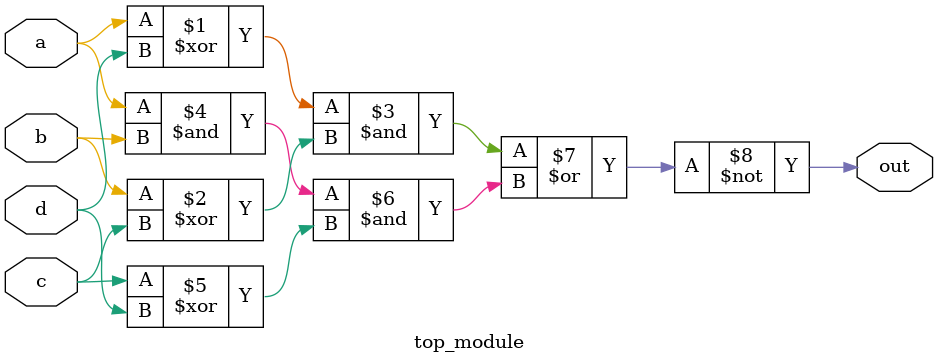
<source format=v>
module top_module(
    input a,
    input b,
    input c,
    input d,
    output out  ); 
    
    assign out = ~((a^d)&(b^c) | a&b&(c^d));

endmodule


</source>
